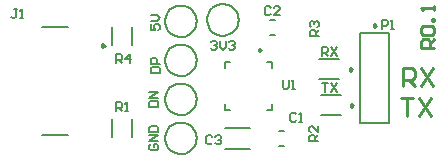
<source format=gto>
G04*
G04 #@! TF.GenerationSoftware,Altium Limited,Altium Designer,21.2.2 (38)*
G04*
G04 Layer_Color=65535*
%FSLAX25Y25*%
%MOIN*%
G70*
G04*
G04 #@! TF.SameCoordinates,D102F6C4-1F96-4035-BECF-554025CD0FF2*
G04*
G04*
G04 #@! TF.FilePolarity,Positive*
G04*
G01*
G75*
%ADD10C,0.00984*%
%ADD11C,0.00591*%
%ADD12C,0.00787*%
%ADD13C,0.01000*%
%ADD14C,0.00500*%
D10*
X36555Y38390D02*
X35817Y38816D01*
Y37964D01*
X36555Y38390D01*
X126992Y45059D02*
X126254Y45485D01*
Y44633D01*
X126992Y45059D01*
X88831Y36909D02*
X88092Y37336D01*
Y36483D01*
X88831Y36909D01*
X119079Y30500D02*
X118341Y30926D01*
Y30074D01*
X119079Y30500D01*
X119532Y18500D02*
X118793Y18926D01*
Y18074D01*
X119532Y18500D01*
D11*
X81295Y47000D02*
X81200Y48002D01*
X80916Y48968D01*
X80455Y49863D01*
X79832Y50654D01*
X79072Y51313D01*
X78200Y51817D01*
X77248Y52146D01*
X76252Y52289D01*
X75246Y52241D01*
X74268Y52004D01*
X73352Y51586D01*
X72532Y51002D01*
X71838Y50273D01*
X71293Y49426D01*
X70919Y48492D01*
X70729Y47503D01*
Y46497D01*
X70919Y45508D01*
X71293Y44574D01*
X71838Y43727D01*
X72532Y42998D01*
X73352Y42414D01*
X74268Y41996D01*
X75246Y41759D01*
X76252Y41711D01*
X77248Y41854D01*
X78200Y42183D01*
X79072Y42687D01*
X79832Y43346D01*
X80455Y44137D01*
X80916Y45032D01*
X81200Y45998D01*
X81295Y47000D01*
X67295Y33500D02*
X67200Y34502D01*
X66916Y35468D01*
X66455Y36363D01*
X65832Y37154D01*
X65072Y37813D01*
X64200Y38317D01*
X63248Y38646D01*
X62252Y38789D01*
X61246Y38741D01*
X60268Y38504D01*
X59352Y38086D01*
X58532Y37502D01*
X57838Y36773D01*
X57293Y35926D01*
X56919Y34992D01*
X56729Y34003D01*
Y32997D01*
X56919Y32008D01*
X57293Y31074D01*
X57838Y30227D01*
X58532Y29498D01*
X59352Y28914D01*
X60268Y28496D01*
X61246Y28259D01*
X62252Y28211D01*
X63248Y28354D01*
X64200Y28683D01*
X65072Y29187D01*
X65832Y29846D01*
X66455Y30637D01*
X66916Y31532D01*
X67200Y32498D01*
X67295Y33500D01*
Y7500D02*
X67200Y8502D01*
X66916Y9468D01*
X66455Y10363D01*
X65832Y11154D01*
X65072Y11813D01*
X64200Y12317D01*
X63248Y12646D01*
X62252Y12789D01*
X61246Y12741D01*
X60268Y12504D01*
X59352Y12086D01*
X58532Y11502D01*
X57838Y10773D01*
X57293Y9926D01*
X56919Y8992D01*
X56729Y8003D01*
Y6997D01*
X56919Y6008D01*
X57293Y5074D01*
X57838Y4227D01*
X58532Y3498D01*
X59352Y2914D01*
X60268Y2496D01*
X61246Y2259D01*
X62252Y2211D01*
X63248Y2354D01*
X64200Y2683D01*
X65072Y3187D01*
X65832Y3846D01*
X66455Y4637D01*
X66916Y5532D01*
X67200Y6498D01*
X67295Y7500D01*
Y20500D02*
X67200Y21502D01*
X66916Y22468D01*
X66455Y23363D01*
X65832Y24154D01*
X65072Y24813D01*
X64200Y25317D01*
X63248Y25646D01*
X62252Y25789D01*
X61246Y25741D01*
X60268Y25504D01*
X59352Y25086D01*
X58532Y24502D01*
X57838Y23773D01*
X57293Y22926D01*
X56919Y21992D01*
X56729Y21003D01*
Y19997D01*
X56919Y19008D01*
X57293Y18074D01*
X57838Y17227D01*
X58532Y16498D01*
X59352Y15914D01*
X60268Y15496D01*
X61246Y15259D01*
X62252Y15211D01*
X63248Y15354D01*
X64200Y15683D01*
X65072Y16187D01*
X65832Y16846D01*
X66455Y17637D01*
X66916Y18532D01*
X67200Y19498D01*
X67295Y20500D01*
Y46500D02*
X67200Y47502D01*
X66916Y48468D01*
X66455Y49363D01*
X65832Y50154D01*
X65072Y50813D01*
X64200Y51317D01*
X63248Y51646D01*
X62252Y51789D01*
X61246Y51741D01*
X60268Y51504D01*
X59352Y51086D01*
X58532Y50502D01*
X57838Y49773D01*
X57293Y48926D01*
X56919Y47992D01*
X56729Y47003D01*
Y45997D01*
X56919Y45008D01*
X57293Y44074D01*
X57838Y43227D01*
X58532Y42498D01*
X59352Y41914D01*
X60268Y41496D01*
X61246Y41259D01*
X62252Y41211D01*
X63248Y41354D01*
X64200Y41683D01*
X65072Y42187D01*
X65832Y42846D01*
X66455Y43637D01*
X66916Y44532D01*
X67200Y45498D01*
X67295Y46500D01*
D12*
X15551Y44492D02*
X24213D01*
X15551Y8508D02*
X24213D01*
X131402Y12500D02*
Y42500D01*
X121598Y12500D02*
Y42500D01*
X131402D01*
X121598Y12500D02*
X131402D01*
X39154Y8124D02*
Y14030D01*
X45847Y8124D02*
Y14030D01*
X90602Y32874D02*
X92374D01*
X76626D02*
X78398D01*
X76626Y17126D02*
Y18898D01*
Y31102D02*
Y32874D01*
X90602Y17126D02*
X92374D01*
X76626D02*
X78398D01*
X92374D02*
Y18898D01*
Y31102D02*
Y32874D01*
X94563Y9874D02*
X96508D01*
X94563Y5126D02*
X96508D01*
X91563Y46874D02*
X93507D01*
X91563Y42126D02*
X93507D01*
X108153Y33847D02*
X114847D01*
X108153Y27154D02*
X114847D01*
X108606Y21847D02*
X115299D01*
X108606Y15154D02*
X115299D01*
X45847Y38624D02*
Y44530D01*
X39154Y38624D02*
Y44530D01*
X76854Y11043D02*
X85146D01*
X76854Y3957D02*
X85146D01*
D13*
X146500Y37500D02*
X142001D01*
Y39749D01*
X142751Y40499D01*
X144251D01*
X145001Y39749D01*
Y37500D01*
Y39000D02*
X146500Y40499D01*
X142751Y41999D02*
X142001Y42748D01*
Y44248D01*
X142751Y44998D01*
X145750D01*
X146500Y44248D01*
Y42748D01*
X145750Y41999D01*
X142751D01*
X146500Y46497D02*
X145750D01*
Y47247D01*
X146500D01*
Y46497D01*
Y50246D02*
Y51745D01*
Y50996D01*
X142001D01*
X142751Y50246D01*
X136000Y25000D02*
Y30998D01*
X138999D01*
X139999Y29998D01*
Y27999D01*
X138999Y26999D01*
X136000D01*
X137999D02*
X139999Y25000D01*
X141998Y30998D02*
X145997Y25000D01*
Y30998D02*
X141998Y25000D01*
X135500Y20998D02*
X139499D01*
X137499D01*
Y15000D01*
X141498Y20998D02*
X145497Y15000D01*
Y20998D02*
X141498Y15000D01*
D14*
X7500Y50500D02*
X6500D01*
X7000D01*
Y48001D01*
X6500Y47501D01*
X6001D01*
X5501Y48001D01*
X8500Y47501D02*
X9499D01*
X8999D01*
Y50500D01*
X8500Y50000D01*
X96001Y27000D02*
Y24501D01*
X96500Y24001D01*
X97500D01*
X98000Y24501D01*
Y27000D01*
X99000Y24001D02*
X99999D01*
X99499D01*
Y27000D01*
X99000Y26500D01*
X40501Y32578D02*
Y35577D01*
X42000D01*
X42500Y35077D01*
Y34078D01*
X42000Y33578D01*
X40501D01*
X41500D02*
X42500Y32578D01*
X44999D02*
Y35577D01*
X43500Y34078D01*
X45499D01*
X107999Y41501D02*
X105000D01*
Y43000D01*
X105500Y43500D01*
X106500D01*
X106999Y43000D01*
Y41501D01*
Y42500D02*
X107999Y43500D01*
X105500Y44500D02*
X105000Y45000D01*
Y45999D01*
X105500Y46499D01*
X106000D01*
X106500Y45999D01*
Y45500D01*
Y45999D01*
X106999Y46499D01*
X107499D01*
X107999Y45999D01*
Y45000D01*
X107499Y44500D01*
X107822Y6501D02*
X104823D01*
Y8000D01*
X105323Y8500D01*
X106323D01*
X106823Y8000D01*
Y6501D01*
Y7501D02*
X107822Y8500D01*
Y11499D02*
Y9500D01*
X105823Y11499D01*
X105323D01*
X104823Y10999D01*
Y10000D01*
X105323Y9500D01*
X40501Y16578D02*
Y19577D01*
X42000D01*
X42500Y19077D01*
Y18078D01*
X42000Y17578D01*
X40501D01*
X41500D02*
X42500Y16578D01*
X43500D02*
X44499D01*
X43999D01*
Y19577D01*
X43500Y19077D01*
X129001Y44001D02*
Y47000D01*
X130500D01*
X131000Y46500D01*
Y45500D01*
X130500Y45001D01*
X129001D01*
X132000Y44001D02*
X132999D01*
X132500D01*
Y47000D01*
X132000Y46500D01*
X52000Y5501D02*
X51500Y5001D01*
Y4001D01*
X52000Y3501D01*
X53999D01*
X54499Y4001D01*
Y5001D01*
X53999Y5501D01*
X53000D01*
Y4501D01*
X54499Y6500D02*
X51500D01*
X54499Y8500D01*
X51500D01*
Y9499D02*
X54499D01*
Y10999D01*
X53999Y11499D01*
X52000D01*
X51500Y10999D01*
Y9499D01*
X51500Y18001D02*
X54499D01*
Y19500D01*
X53999Y20000D01*
X52000D01*
X51500Y19500D01*
Y18001D01*
X54499Y21000D02*
X51500D01*
X54499Y22999D01*
X51500D01*
X52000Y45500D02*
Y43501D01*
X53500D01*
X53000Y44500D01*
Y45000D01*
X53500Y45500D01*
X54499D01*
X54999Y45000D01*
Y44001D01*
X54499Y43501D01*
X52000Y46500D02*
X53999D01*
X54999Y47499D01*
X53999Y48499D01*
X52000D01*
X72001Y39500D02*
X72501Y40000D01*
X73501D01*
X74001Y39500D01*
Y39000D01*
X73501Y38500D01*
X73001D01*
X73501D01*
X74001Y38001D01*
Y37501D01*
X73501Y37001D01*
X72501D01*
X72001Y37501D01*
X75000Y40000D02*
Y38001D01*
X76000Y37001D01*
X77000Y38001D01*
Y40000D01*
X77999Y39500D02*
X78499Y40000D01*
X79499D01*
X79999Y39500D01*
Y39000D01*
X79499Y38500D01*
X78999D01*
X79499D01*
X79999Y38001D01*
Y37501D01*
X79499Y37001D01*
X78499D01*
X77999Y37501D01*
X52027Y29411D02*
X55026D01*
Y30911D01*
X54526Y31411D01*
X52527D01*
X52027Y30911D01*
Y29411D01*
X55026Y32410D02*
X52027D01*
Y33910D01*
X52527Y34410D01*
X53527D01*
X54027Y33910D01*
Y32410D01*
X108954Y35001D02*
Y38000D01*
X110453D01*
X110953Y37500D01*
Y36500D01*
X110453Y36001D01*
X108954D01*
X109953D02*
X110953Y35001D01*
X111953Y38000D02*
X113952Y35001D01*
Y38000D02*
X111953Y35001D01*
X108954Y26000D02*
X110953D01*
X109953D01*
Y23001D01*
X111953Y26000D02*
X113952Y23001D01*
Y26000D02*
X111953Y23001D01*
X72500Y8000D02*
X72000Y8500D01*
X71001D01*
X70501Y8000D01*
Y6001D01*
X71001Y5501D01*
X72000D01*
X72500Y6001D01*
X73500Y8000D02*
X74000Y8500D01*
X74999D01*
X75499Y8000D01*
Y7500D01*
X74999Y7000D01*
X74499D01*
X74999D01*
X75499Y6501D01*
Y6001D01*
X74999Y5501D01*
X74000D01*
X73500Y6001D01*
X92000Y51000D02*
X91500Y51500D01*
X90501D01*
X90001Y51000D01*
Y49001D01*
X90501Y48501D01*
X91500D01*
X92000Y49001D01*
X94999Y48501D02*
X93000D01*
X94999Y50500D01*
Y51000D01*
X94499Y51500D01*
X93500D01*
X93000Y51000D01*
X100500Y15500D02*
X100000Y16000D01*
X99001D01*
X98501Y15500D01*
Y13501D01*
X99001Y13001D01*
X100000D01*
X100500Y13501D01*
X101500Y13001D02*
X102499D01*
X101999D01*
Y16000D01*
X101500Y15500D01*
M02*

</source>
